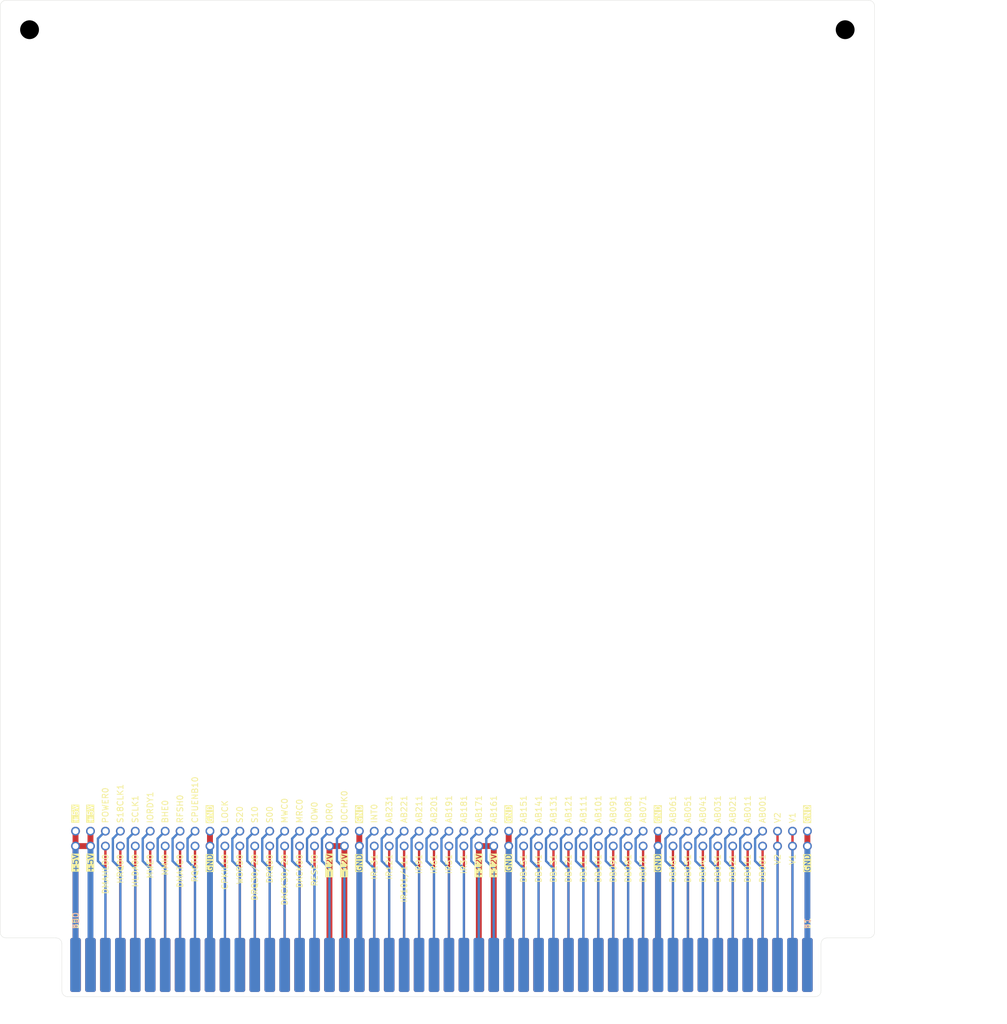
<source format=kicad_pcb>
(kicad_pcb (version 20221018) (generator pcbnew)
  (layers (0 "F.Cu" signal) (31 "B.Cu" signal) (34 "B.Paste" user) (35 "F.Paste" user) (36 "B.SilkS" user "B.Silkscreen") (37 "F.SilkS" user "F.Silkscreen") (38 "B.Mask" user) (39 "F.Mask" user) (44 "Edge.Cuts" user))
  (net 0 "")
  (net 1 "/GND")
  (net 2 "/V1")
  (net 3 "/V2")
  (net 4 "/AB001")
  (net 5 "/AB011")
  (net 6 "/AB021")
  (net 7 "/AB031")
  (net 8 "/AB041")
  (net 9 "/AB051")
  (net 10 "/AB061")
  (net 11 "/AB071")
  (net 12 "/AB081")
  (net 13 "/AB091")
  (net 14 "/AB101")
  (net 15 "/AB111")
  (net 16 "/AB121")
  (net 17 "/AB131")
  (net 18 "/AB141")
  (net 19 "/AB151")
  (net 20 "/AB161")
  (net 21 "/AB171")
  (net 22 "/AB181")
  (net 23 "/AB191")
  (net 24 "/AB201")
  (net 25 "/AB211")
  (net 26 "/AB221")
  (net 27 "/AB231")
  (net 28 "/INT0")
  (net 29 "/IOCHK0")
  (net 30 "/IOR0")
  (net 31 "/IOW0")
  (net 32 "/MRC0")
  (net 33 "/MWC0")
  (net 34 "/S00")
  (net 35 "/S10")
  (net 36 "/S20")
  (net 37 "/LOCK")
  (net 38 "/CPUENB10")
  (net 39 "/RFSH0")
  (net 40 "/BHE0")
  (net 41 "/IORDY1")
  (net 42 "/SCLK1")
  (net 43 "/S18CLK1")
  (net 44 "/POWER0")
  (net 45 "/+5V")
  (net 46 "/DB001")
  (net 47 "/DB011")
  (net 48 "/DB021")
  (net 49 "/DB031")
  (net 50 "/DB041")
  (net 51 "/DB051")
  (net 52 "/DB061")
  (net 53 "/DB071")
  (net 54 "/DB081")
  (net 55 "/DB091")
  (net 56 "/DB101")
  (net 57 "/DB111")
  (net 58 "/DB121")
  (net 59 "/DB131")
  (net 60 "/DB141")
  (net 61 "/DB151")
  (net 62 "/+12V")
  (net 63 "/IR31")
  (net 64 "/IR51")
  (net 65 "/IR61")
  (net 66 "/IR91")
  (net 67 "/IR101{slash}111")
  (net 68 "/IR121")
  (net 69 "/IR131")
  (net 70 "/-12V")
  (net 71 "/RESET0")
  (net 72 "/DACK00")
  (net 73 "/DACK30{slash}20")
  (net 74 "/DRQ00")
  (net 75 "/DRQ30{slash}20")
  (net 76 "/WORD0")
  (net 77 "/CPKILL0")
  (net 78 "/RQGT0")
  (net 79 "/DMATC0")
  (net 80 "/NMI0")
  (net 81 "/MWE0")
  (net 82 "/HLDA00")
  (net 83 "/HRQ00")
  (net 84 "/DMAHLD0")
  (footprint "CBUS:CBUS" (layer "F.Cu") (at 92.71 190.71)
    (fp_text reference "CN1" hide)
    (fp_text value "CBUS")
    (fp_line (start -75.05 -11) (end -75.05 -168.4) (stroke (width 0.05)) (layer "Edge.Cuts"))
    (fp_line (start -74.05 -10) (end -65.55 -10) (stroke (width 0.05)) (layer "Edge.Cuts"))
    (fp_line (start -64.55 -1) (end -64.55 -9) (stroke (width 0.05)) (layer "Edge.Cuts"))
    (fp_line (start -63.55 0) (end 63.55 0) (stroke (width 0.05)) (layer "Edge.Cuts"))
    (fp_line (start 64.55 -1) (end 64.55 -9) (stroke (width 0.05)) (layer "Edge.Cuts"))
    (fp_line (start 65.55 -10) (end 72.65 -10) (stroke (width 0.05)) (layer "Edge.Cuts"))
    (fp_line (start 72.65 -169.4) (end -74.05 -169.4) (stroke (width 0.05)) (layer "Edge.Cuts"))
    (fp_line (start 73.65 -168.4) (end 73.65 -11) (stroke (width 0.05)) (layer "Edge.Cuts"))
    (fp_arc (start -75.05 -168.4) (mid -74.757106 -169.107106) (end -74.05 -169.4) (stroke (width 0.05)) (layer "Edge.Cuts"))
    (fp_arc (start -74.05 -10) (mid -74.757106 -10.292894) (end -75.05 -11) (stroke (width 0.05)) (layer "Edge.Cuts"))
    (fp_arc (start -65.55 -10) (mid -64.842894 -9.707106) (end -64.55 -9) (stroke (width 0.05)) (layer "Edge.Cuts"))
    (fp_arc (start -63.55 0) (mid -64.257106 -0.292894) (end -64.55 -1) (stroke (width 0.05)) (layer "Edge.Cuts"))
    (fp_arc (start 64.55 -9) (mid 64.842893 -9.707107) (end 65.55 -10) (stroke (width 0.05)) (layer "Edge.Cuts"))
    (fp_arc (start 64.55 -1) (mid 64.257107 -0.292893) (end 63.55 0) (stroke (width 0.05)) (layer "Edge.Cuts"))
    (fp_arc (start 72.65 -169.4) (mid 73.357107 -169.107107) (end 73.65 -168.4) (stroke (width 0.05)) (layer "Edge.Cuts"))
    (fp_arc (start 73.65 -11) (mid 73.357107 -10.292893) (end 72.65 -10) (stroke (width 0.05)) (layer "Edge.Cuts"))
  )
  (footprint "CONN:Conn_02x50" (layer "F.Cu") (at 154.94 162.56)
    (fp_text reference "J1" hide)
    (fp_text value "Conn_02x50_Row_Letter_First")
  )
  (gr_text "DB001" (at 147.32 166.37 90) (layer "F.SilkS") (effects (font (size 1 1)) (justify right)))
  (gr_text "AB201" (at 91.44 161.29 90) (layer "F.SilkS") (effects (font (size 1 1)) (justify left)))
  (gr_text "DB081" (at 124.46 166.37 90) (layer "F.SilkS") (effects (font (size 1 1)) (justify right)))
  (gr_text "DB091" (at 121.92 166.37 90) (layer "F.SilkS") (effects (font (size 1 1)) (justify right)))
  (gr_text "DB071" (at 127 166.37 90) (layer "F.SilkS") (effects (font (size 1 1)) (justify right)))
  (gr_text "IR91" (at 88.9 166.37 90) (layer "F.SilkS") (effects (font (size 1 1)) (justify right)))
  (gr_text "LOCK" (at 55.88 161.29 90) (layer "F.SilkS") (effects (font (size 1 1)) (justify left)))
  (gr_text "DMAHLD0" (at 35.56 166.37 90) (layer "F.SilkS") (effects (font (size 1 1)) (justify right)))
  (gr_text "NMI0" (at 45.72 166.37 90) (layer "F.SilkS") (effects (font (size 1 1)) (justify right)))
  (gr_text "DMATC0" (at 48.26 166.37 90) (layer "F.SilkS") (effects (font (size 1 1)) (justify right)))
  (gr_text "IOR0" (at 73.66 161.29 90) (layer "F.SilkS") (effects (font (size 1 1)) (justify left)))
  (gr_text "RFSH0" (at 48.26 161.29 90) (layer "F.SilkS") (effects (font (size 1 1)) (justify left)))
  (gr_text "GND" (at 104.14 166.37 90) (layer "F.SilkS" knockout) (effects (font (size 1 1)) (justify right)))
  (gr_text "BHE0" (at 45.72 161.29 90) (layer "F.SilkS") (effects (font (size 1 1)) (justify left)))
  (gr_text "DB041" (at 137.16 166.37 90) (layer "F.SilkS") (effects (font (size 1 1)) (justify right)))
  (gr_text "DB131" (at 111.76 166.37 90) (layer "F.SilkS") (effects (font (size 1 1)) (justify right)))
  (gr_text "AB051" (at 134.62 161.29 90) (layer "F.SilkS") (effects (font (size 1 1)) (justify left)))
  (gr_text "IR31" (at 96.52 166.37 90) (layer "F.SilkS") (effects (font (size 1 1)) (justify right)))
  (gr_text "-12V" (at 76.2 166.37 90) (layer "F.SilkS" knockout) (effects (font (size 1 1)) (justify right)))
  (gr_text "CPKILL0" (at 55.88 166.37 90) (layer "F.SilkS") (effects (font (size 1 1)) (justify right)))
  (gr_text "S10" (at 60.96 161.29 90) (layer "F.SilkS") (effects (font (size 1 1)) (justify left)))
  (gr_text "AB061" (at 132.08 161.29 90) (layer "F.SilkS") (effects (font (size 1 1)) (justify left)))
  (gr_text "DB101" (at 119.38 166.37 90) (layer "F.SilkS") (effects (font (size 1 1)) (justify right)))
  (gr_text "HRQ00" (at 38.1 166.37 90) (layer "F.SilkS") (effects (font (size 1 1)) (justify right)))
  (gr_text "AB161" (at 101.6 161.29 90) (layer "F.SilkS") (effects (font (size 1 1)) (justify left)))
  (gr_text "GND" (at 129.54 166.37 90) (layer "F.SilkS" knockout) (effects (font (size 1 1)) (justify right)))
  (gr_text "INT0" (at 81.28 161.29 90) (layer "F.SilkS") (effects (font (size 1 1)) (justify left)))
  (gr_text "+12V" (at 101.6 166.37 90) (layer "F.SilkS" knockout) (effects (font (size 1 1)) (justify right)))
  (gr_text "AB151" (at 106.68 161.29 90) (layer "F.SilkS") (effects (font (size 1 1)) (justify left)))
  (gr_text "AB101" (at 119.38 161.29 90) (layer "F.SilkS") (effects (font (size 1 1)) (justify left)))
  (gr_text "IR61" (at 91.44 166.37 90) (layer "F.SilkS") (effects (font (size 1 1)) (justify right)))
  (gr_text "V1" (at 152.4 161.29 90) (layer "F.SilkS") (effects (font (size 1 1)) (justify left)))
  (gr_text "AB041" (at 137.16 161.29 90) (layer "F.SilkS") (effects (font (size 1 1)) (justify left)))
  (gr_text "AB001" (at 147.32 161.29 90) (layer "F.SilkS") (effects (font (size 1 1)) (justify left)))
  (gr_text "DB121" (at 114.3 166.37 90) (layer "F.SilkS") (effects (font (size 1 1)) (justify right)))
  (gr_text "AB171" (at 99.06 161.29 90) (layer "F.SilkS") (effects (font (size 1 1)) (justify left)))
  (gr_text "MRC0" (at 68.58 161.29 90) (layer "F.SilkS") (effects (font (size 1 1)) (justify left)))
  (gr_text "S18CLK1" (at 38.1 161.29 90) (layer "F.SilkS") (effects (font (size 1 1)) (justify left)))
  (gr_text "+12V" (at 99.06 166.37 90) (layer "F.SilkS" knockout) (effects (font (size 1 1)) (justify right)))
  (gr_text "DB141" (at 109.22 166.37 90) (layer "F.SilkS") (effects (font (size 1 1)) (justify right)))
  (gr_text "AB131" (at 111.76 161.29 90) (layer "F.SilkS") (effects (font (size 1 1)) (justify left)))
  (gr_text "DB151" (at 106.68 166.37 90) (layer "F.SilkS") (effects (font (size 1 1)) (justify right)))
  (gr_text "DB051" (at 134.62 166.37 90) (layer "F.SilkS") (effects (font (size 1 1)) (justify right)))
  (gr_text "GND" (at 129.54 161.29 90) (layer "F.SilkS" knockout) (effects (font (size 1 1)) (justify left)))
  (gr_text "RQGT0" (at 50.8 166.37 90) (layer "F.SilkS") (effects (font (size 1 1)) (justify right)))
  (gr_text "S20" (at 58.42 161.29 90) (layer "F.SilkS") (effects (font (size 1 1)) (justify left)))
  (gr_text "IR101/111" (at 86.36 166.37 90) (layer "F.SilkS") (effects (font (size 1 1)) (justify right)))
  (gr_text "IR131" (at 81.28 166.37 90) (layer "F.SilkS") (effects (font (size 1 1)) (justify right)))
  (gr_text "IR51" (at 93.98 166.37 90) (layer "F.SilkS") (effects (font (size 1 1)) (justify right)))
  (gr_text "+5V" (at 30.48 161.29 90) (layer "F.SilkS" knockout) (effects (font (size 1 1)) (justify left)))
  (gr_text "DRQ30/20" (at 60.96 166.37 90) (layer "F.SilkS") (effects (font (size 1 1)) (justify right)))
  (gr_text "DB111" (at 116.84 166.37 90) (layer "F.SilkS") (effects (font (size 1 1)) (justify right)))
  (gr_text "GND" (at 154.94 161.29 90) (layer "F.SilkS" knockout) (effects (font (size 1 1)) (justify left)))
  (gr_text "DB061" (at 132.08 166.37 90) (layer "F.SilkS") (effects (font (size 1 1)) (justify right)))
  (gr_text "MWE0" (at 43.18 166.37 90) (layer "F.SilkS") (effects (font (size 1 1)) (justify right)))
  (gr_text "DB021" (at 142.24 166.37 90) (layer "F.SilkS") (effects (font (size 1 1)) (justify right)))
  (gr_text "V2" (at 149.86 161.29 90) (layer "F.SilkS") (effects (font (size 1 1)) (justify left)))
  (gr_text "RESET0" (at 71.12 166.37 90) (layer "F.SilkS") (effects (font (size 1 1)) (justify right)))
  (gr_text "+5V" (at 33.02 161.29 90) (layer "F.SilkS" knockout) (effects (font (size 1 1)) (justify left)))
  (gr_text "GND" (at 104.14 161.29 90) (layer "F.SilkS" knockout) (effects (font (size 1 1)) (justify left)))
  (gr_text "WORD0" (at 58.42 166.37 90) (layer "F.SilkS") (effects (font (size 1 1)) (justify right)))
  (gr_text "MWC0" (at 66.04 161.29 90) (layer "F.SilkS") (effects (font (size 1 1)) (justify left)))
  (gr_text "DRQ00" (at 63.5 166.37 90) (layer "F.SilkS") (effects (font (size 1 1)) (justify right)))
  (gr_text "IOCHK0" (at 76.2 161.29 90) (layer "F.SilkS") (effects (font (size 1 1)) (justify left)))
  (gr_text "S00" (at 63.5 161.29 90) (layer "F.SilkS") (effects (font (size 1 1)) (justify left)))
  (gr_text "AB181" (at 96.52 161.29 90) (layer "F.SilkS") (effects (font (size 1 1)) (justify left)))
  (gr_text "AB091" (at 121.92 161.29 90) (layer "F.SilkS") (effects (font (size 1 1)) (justify left)))
  (gr_text "V2" (at 149.86 166.37 90) (layer "F.SilkS") (effects (font (size 1 1)) (justify right)))
  (gr_text "AB121" (at 114.3 161.29 90) (layer "F.SilkS") (effects (font (size 1 1)) (justify left)))
  (gr_text "AB021" (at 142.24 161.29 90) (layer "F.SilkS") (effects (font (size 1 1)) (justify left)))
  (gr_text "AB231" (at 83.82 161.29 90) (layer "F.SilkS") (effects (font (size 1 1)) (justify left)))
  (gr_text "CPUENB10" (at 50.8 161.29 90) (layer "F.SilkS") (effects (font (size 1 1)) (justify left)))
  (gr_text "AB031" (at 139.7 161.29 90) (layer "F.SilkS") (effects (font (size 1 1)) (justify left)))
  (gr_text "AB071" (at 127 161.29 90) (layer "F.SilkS") (effects (font (size 1 1)) (justify left)))
  (gr_text "AB081" (at 124.46 161.29 90) (layer "F.SilkS") (effects (font (size 1 1)) (justify left)))
  (gr_text "+5V" (at 30.48 166.37 90) (layer "F.SilkS" knockout) (effects (font (size 1 1)) (justify right)))
  (gr_text "DB011" (at 144.78 166.37 90) (layer "F.SilkS") (effects (font (size 1 1)) (justify right)))
  (gr_text "DACK00" (at 68.58 166.37 90) (layer "F.SilkS") (effects (font (size 1 1)) (justify right)))
  (gr_text "GND" (at 78.74 161.29 90) (layer "F.SilkS" knockout) (effects (font (size 1 1)) (justify left)))
  (gr_text "-12V" (at 73.66 166.37 90) (layer "F.SilkS" knockout) (effects (font (size 1 1)) (justify right)))
  (gr_text "AB211" (at 88.9 161.29 90) (layer "F.SilkS") (effects (font (size 1 1)) (justify left)))
  (gr_text "SCLK1" (at 40.64 161.29 90) (layer "F.SilkS") (effects (font (size 1 1)) (justify left)))
  (gr_text "AB221" (at 86.36 161.29 90) (layer "F.SilkS") (effects (font (size 1 1)) (justify left)))
  (gr_text "DACK30/20" (at 66.04 166.37 90) (layer "F.SilkS") (effects (font (size 1 1)) (justify right)))
  (gr_text "IOW0" (at 71.12 161.29 90) (layer "F.SilkS") (effects (font (size 1 1)) (justify left)))
  (gr_text "AB191" (at 93.98 161.29 90) (layer "F.SilkS") (effects (font (size 1 1)) (justify left)))
  (gr_text "AB011" (at 144.78 161.29 90) (layer "F.SilkS") (effects (font (size 1 1)) (justify left)))
  (gr_text "GND" (at 78.74 166.37 90) (layer "F.SilkS" knockout) (effects (font (size 1 1)) (justify right)))
  (gr_text "V1" (at 152.4 166.37 90) (layer "F.SilkS") (effects (font (size 1 1)) (justify right)))
  (gr_text "HLDA00" (at 40.64 166.37 90) (layer "F.SilkS") (effects (font (size 1 1)) (justify right)))
  (gr_text "AB111" (at 116.84 161.29 90) (layer "F.SilkS") (effects (font (size 1 1)) (justify left)))
  (gr_text "+5V" (at 33.02 166.37 90) (layer "F.SilkS" knockout) (effects (font (size 1 1)) (justify right)))
  (gr_text "GND" (at 53.34 166.37 90) (layer "F.SilkS" knockout) (effects (font (size 1 1)) (justify right)))
  (gr_text "IR121" (at 83.82 166.37 90) (layer "F.SilkS") (effects (font (size 1 1)) (justify right)))
  (gr_text "GND" (at 154.94 166.37 90) (layer "F.SilkS" knockout) (effects (font (size 1 1)) (justify right)))
  (gr_text "AB141" (at 109.22 161.29 90) (layer "F.SilkS") (effects (font (size 1 1)) (justify left)))
  (gr_text "POWER0" (at 35.56 161.29 90) (layer "F.SilkS") (effects (font (size 1 1)) (justify left)))
  (gr_text "DB031" (at 139.7 166.37 90) (layer "F.SilkS") (effects (font (size 1 1)) (justify right)))
  (gr_text "IORDY1" (at 43.18 161.29 90) (layer "F.SilkS") (effects (font (size 1 1)) (justify left)))
  (gr_text "GND" (at 53.34 161.29 90) (layer "F.SilkS" knockout) (effects (font (size 1 1)) (justify left)))
  (segment (start 53.34 181.4) (end 53.34 165.1) (width 1) (layer "F.Cu") (net 1))
  (segment (start 104.14 165.1) (end 104.14 162.56) (width 1) (layer "F.Cu") (net 1))
  (segment (start 129.54 165.1) (end 129.54 181.4) (width 1) (layer "F.Cu") (net 1))
  (segment (start 154.94 165.1) (end 154.94 181.4) (width 1) (layer "F.Cu") (net 1))
  (segment (start 78.74 181.4) (end 78.74 165.1) (width 1) (layer "F.Cu") (net 1))
  (segment (start 104.14 165.1) (end 104.14 181.4) (width 1) (layer "F.Cu") (net 1))
  (segment (start 154.94 165.1) (end 154.94 162.56) (width 1) (layer "F.Cu") (net 1))
  (segment (start 78.74 165.1) (end 78.74 162.56) (width 1) (layer "F.Cu") (net 1))
  (segment (start 53.34 165.1) (end 53.34 162.56) (width 1) (layer "F.Cu") (net 1))
  (segment (start 129.54 165.1) (end 129.54 162.56) (width 1) (layer "F.Cu") (net 1))
  (segment (start 78.74 181.4) (end 78.74 165.1) (width 1) (layer "B.Cu") (net 1))
  (segment (start 53.34 181.4) (end 53.34 165.1) (width 1) (layer "B.Cu") (net 1))
  (segment (start 104.14 181.4) (end 104.14 165.1) (width 1) (layer "B.Cu") (net 1))
  (segment (start 154.94 181.4) (end 154.94 165.1) (width 1) (layer "B.Cu") (net 1))
  (segment (start 129.54 181.4) (end 129.54 165.1) (width 1) (layer "B.Cu") (net 1))
  (segment (start 152.4 165.1) (end 152.4 162.56) (width 0.4) (layer "F.Cu") (net 2))
  (segment (start 152.4 181.4) (end 152.4 165.1) (width 0.4) (layer "F.Cu") (net 2))
  (segment (start 152.4 181.4) (end 152.4 165.1) (width 0.4) (layer "B.Cu") (net 2))
  (segment (start 149.86 165.1) (end 149.86 181.4) (width 0.4) (layer "F.Cu") (net 3))
  (segment (start 149.86 165.1) (end 149.86 162.56) (width 0.4) (layer "F.Cu") (net 3))
  (segment (start 149.86 181.4) (end 149.86 165.1) (width 0.4) (layer "B.Cu") (net 3))
  (segment (start 147.32 181.4) (end 147.32 168.91) (width 0.4) (layer "B.Cu") (net 4))
  (segment (start 147.32 168.91) (end 146.05 167.64) (width 0.4) (layer "B.Cu") (net 4))
  (segment (start 146.05 163.83) (end 147.32 162.56) (width 0.4) (layer "B.Cu") (net 4))
  (segment (start 146.05 167.64) (end 146.05 163.83) (width 0.4) (layer "B.Cu") (net 4))
  (segment (start 143.51 167.64) (end 143.51 163.83) (width 0.4) (layer "B.Cu") (net 5))
  (segment (start 144.78 181.4) (end 144.78 168.91) (width 0.4) (layer "B.Cu") (net 5))
  (segment (start 143.51 163.83) (end 144.78 162.56) (width 0.4) (layer "B.Cu") (net 5))
  (segment (start 144.78 168.91) (end 143.51 167.64) (width 0.4) (layer "B.Cu") (net 5))
  (segment (start 142.24 168.91) (end 140.97 167.64) (width 0.4) (layer "B.Cu") (net 6))
  (segment (start 142.24 181.4) (end 142.24 168.91) (width 0.4) (layer "B.Cu") (net 6))
  (segment (start 140.97 167.64) (end 140.97 163.83) (width 0.4) (layer "B.Cu") (net 6))
  (segment (start 140.97 163.83) (end 142.24 162.56) (width 0.4) (layer "B.Cu") (net 6))
  (segment (start 139.7 168.91) (end 138.43 167.64) (width 0.4) (layer "B.Cu") (net 7))
  (segment (start 138.43 163.83) (end 139.7 162.56) (width 0.4) (layer "B.Cu") (net 7))
  (segment (start 138.43 167.64) (end 138.43 163.83) (width 0.4) (layer "B.Cu") (net 7))
  (segment (start 139.7 181.4) (end 139.7 168.91) (width 0.4) (layer "B.Cu") (net 7))
  (segment (start 135.89 163.83) (end 137.16 162.56) (width 0.4) (layer "B.Cu") (net 8))
  (segment (start 137.16 168.91) (end 135.89 167.64) (width 0.4) (layer "B.Cu") (net 8))
  (segment (start 137.16 181.4) (end 137.16 168.91) (width 0.4) (layer "B.Cu") (net 8))
  (segment (start 135.89 167.64) (end 135.89 163.83) (width 0.4) (layer "B.Cu") (net 8))
  (segment (start 134.62 168.91) (end 133.35 167.64) (width 0.4) (layer "B.Cu") (net 9))
  (segment (start 133.35 163.83) (end 134.62 162.56) (width 0.4) (layer "B.Cu") (net 9))
  (segment (start 133.35 167.64) (end 133.35 163.83) (width 0.4) (layer "B.Cu") (net 9))
  (segment (start 134.62 181.4) (end 134.62 168.91) (width 0.4) (layer "B.Cu") (net 9))
  (segment (start 132.08 181.4) (end 132.08 168.91) (width 0.4) (layer "B.Cu") (net 10))
  (segment (start 132.08 168.91) (end 130.81 167.64) (width 0.4) (layer "B.Cu") (net 10))
  (segment (start 130.81 163.83) (end 132.08 162.56) (width 0.4) (layer "B.Cu") (net 10))
  (segment (start 130.81 167.64) (end 130.81 163.83) (width 0.4) (layer "B.Cu") (net 10))
  (segment (start 127 168.91) (end 125.73 167.64) (width 0.4) (layer "B.Cu") (net 11))
  (segment (start 125.73 163.83) (end 127 162.56) (width 0.4) (layer "B.Cu") (net 11))
  (segment (start 125.73 167.64) (end 125.73 163.83) (width 0.4) (layer "B.Cu") (net 11))
  (segment (start 127 181.4) (end 127 168.91) (width 0.4) (layer "B.Cu") (net 11))
  (segment (start 124.46 181.4) (end 124.46 168.91) (width 0.4) (layer "B.Cu") (net 12))
  (segment (start 123.19 163.83) (end 124.46 162.56) (width 0.4) (layer "B.Cu") (net 12))
  (segment (start 124.46 168.91) (end 123.19 167.64) (width 0.4) (layer "B.Cu") (net 12))
  (segment (start 123.19 167.64) (end 123.19 163.83) (width 0.4) (layer "B.Cu") (net 12))
  (segment (start 121.92 181.4) (end 121.92 168.91) (width 0.4) (layer "B.Cu") (net 13))
  (segment (start 120.65 163.83) (end 121.92 162.56) (width 0.4) (layer "B.Cu") (net 13))
  (segment (start 121.92 168.91) (end 120.65 167.64) (width 0.4) (layer "B.Cu") (net 13))
  (segment (start 120.65 167.64) (end 120.65 163.83) (width 0.4) (layer "B.Cu") (net 13))
  (segment (start 118.11 163.83) (end 119.38 162.56) (width 0.4) (layer "B.Cu") (net 14))
  (segment (start 118.11 167.64) (end 118.11 163.83) (width 0.4) (layer "B.Cu") (net 14))
  (segment (start 119.38 168.91) (end 118.11 167.64) (width 0.4) (layer "B.Cu") (net 14))
  (segment (start 119.38 181.4) (end 119.38 168.91) (width 0.4) (layer "B.Cu") (net 14))
  (segment (start 116.84 181.4) (end 116.84 168.91) (width 0.4) (layer "B.Cu") (net 15))
  (segment (start 115.57 163.83) (end 116.84 162.56) (width 0.4) (layer "B.Cu") (net 15))
  (segment (start 115.57 167.64) (end 115.57 163.83) (width 0.4) (layer "B.Cu") (net 15))
  (segment (start 116.84 168.91) (end 115.57 167.64) (width 0.4) (layer "B.Cu") (net 15))
  (segment (start 113.03 167.64) (end 113.03 163.83) (width 0.4) (layer "B.Cu") (net 16))
  (segment (start 113.03 163.83) (end 114.3 162.56) (width 0.4) (layer "B.Cu") (net 16))
  (segment (start 114.3 181.4) (end 114.3 168.91) (width 0.4) (layer "B.Cu") (net 16))
  (segment (start 114.3 168.91) (end 113.03 167.64) (width 0.4) (layer "B.Cu") (net 16))
  (segment (start 110.49 163.83) (end 111.76 162.56) (width 0.4) (layer "B.Cu") (net 17))
  (segment (start 111.76 168.91) (end 110.49 167.64) (width 0.4) (layer "B.Cu") (net 17))
  (segment (start 110.49 167.64) (end 110.49 163.83) (width 0.4) (layer "B.Cu") (net 17))
  (segment (start 111.76 181.4) (end 111.76 168.91) (width 0.4) (layer "B.Cu") (net 17))
  (segment (start 107.95 163.83) (end 109.22 162.56) (width 0.4) (layer "B.Cu") (net 18))
  (segment (start 109.22 181.4) (end 109.22 168.91) (width 0.4) (layer "B.Cu") (net 18))
  (segment (start 107.95 167.64) (end 107.95 163.83) (width 0.4) (layer "B.Cu") (net 18))
  (segment (start 109.22 168.91) (end 107.95 167.64) (width 0.4) (layer "B.Cu") (net 18))
  (segment (start 105.41 167.64) (end 105.41 163.83) (width 0.4) (layer "B.Cu") (net 19))
  (segment (start 106.68 181.4) (end 106.68 168.91) (width 0.4) (layer "B.Cu") (net 19))
  (segment (start 105.41 163.83) (end 106.68 162.56) (width 0.4) (layer "B.Cu") (net 19))
  (segment (start 106.68 168.91) (end 105.41 167.64) (width 0.4) (layer "B.Cu") (net 19))
  (segment (start 100.33 163.83) (end 101.6 162.56) (width 0.4) (layer "B.Cu") (net 20))
  (segment (start 100.33 167.64) (end 100.33 163.83) (width 0.4) (layer "B.Cu") (net 20))
  (segment (start 101.6 181.4) (end 101.6 168.91) (width 0.4) (layer "B.Cu") (net 20))
  (segment (start 101.6 168.91) (end 100.33 167.64) (width 0.4) (layer "B.Cu") (net 20))
  (segment (start 99.06 168.91) (end 97.79 167.64) (width 0.4) (layer "B.Cu") (net 21))
  (segment (start 99.06 181.4) (end 99.06 168.91) (width 0.4) (layer "B.Cu") (net 21))
  (segment (start 97.79 167.64) (end 97.79 163.83) (width 0.4) (layer "B.Cu") (net 21))
  (segment (start 97.79 163.83) (end 99.06 162.56) (width 0.4) (layer "B.Cu") (net 21))
  (segment (start 96.52 181.4) (end 96.52 168.91) (width 0.4) (layer "B.Cu") (net 22))
  (segment (start 95.25 167.64) (end 95.25 163.83) (width 0.4) (layer "B.Cu") (net 22))
  (segment (start 95.25 163.83) (end 96.52 162.56) (width 0.4) (layer "B.Cu") (net 22))
  (segment (start 96.52 168.91) (end 95.25 167.64) (width 0.4) (layer "B.Cu") (net 22))
  (segment (start 92.71 163.83) (end 93.98 162.56) (width 0.4) (layer "B.Cu") (net 23))
  (segment (start 93.98 168.91) (end 92.71 167.64) (width 0.4) (layer "B.Cu") (net 23))
  (segment (start 93.98 181.4) (end 93.98 168.91) (width 0.4) (layer "B.Cu") (net 23))
  (segment (start 92.71 167.64) (end 92.71 163.83) (width 0.4) (layer "B.Cu") (net 23))
  (segment (start 91.44 181.4) (end 91.44 168.91) (width 0.4) (layer "B.Cu") (net 24))
  (segment (start 90.17 163.83) (end 91.44 162.56) (width 0.4) (layer "B.Cu") (net 24))
  (segment (start 91.44 168.91) (end 90.17 167.64) (width 0.4) (layer "B.Cu") (net 24))
  (segment (start 90.17 167.64) (end 90.17 163.83) (width 0.4) (layer "B.Cu") (net 24))
  (segment (start 87.63 163.83) (end 88.9 162.56) (width 0.4) (layer "B.Cu") (net 25))
  (segment (start 87.63 167.64) (end 87.63 163.83) (width 0.4) (layer "B.Cu") (net 25))
  (segment (start 88.9 181.4) (end 88.9 168.91) (width 0.4) (layer "B.Cu") (net 25))
  (segment (start 88.9 168.91) (end 87.63 167.64) (width 0.4) (layer "B.Cu") (net 25))
  (segment (start 86.36 168.91) (end 85.09 167.64) (width 0.4) (layer "B.Cu") (net 26))
  (segment (start 85.09 163.83) (end 86.36 162.56) (width 0.4) (layer "B.Cu") (net 26))
  (segment (start 85.09 167.64) (end 85.09 163.83) (width 0.4) (layer "B.Cu") (net 26))
  (segment (start 86.36 181.4) (end 86.36 168.91) (width 0.4) (layer "B.Cu") (net 26))
  (segment (start 83.82 181.4) (end 83.82 168.91) (width 0.4) (layer "B.Cu") (net 27))
  (segment (start 82.55 167.64) (end 82.55 163.83) (width 0.4) (layer "B.Cu") (net 27))
  (segment (start 82.55 163.83) (end 83.82 162.56) (width 0.4) (layer "B.Cu") (net 27))
  (segment (start 83.82 168.91) (end 82.55 167.64) (width 0.4) (layer "B.Cu") (net 27))
  (segment (start 80.01 167.64) (end 80.01 163.83) (width 0.4) (layer "B.Cu") (net 28))
  (segment (start 81.28 168.91) (end 80.01 167.64) (width 0.4) (layer "B.Cu") (net 28))
  (segment (start 81.28 181.4) (end 81.28 168.91) (width 0.4) (layer "B.Cu") (net 28))
  (segment (start 80.01 163.83) (end 81.28 162.56) (width 0.4) (layer "B.Cu") (net 28))
  (segment (start 76.2 181.4) (end 76.2 168.91) (width 0.4) (layer "B.Cu") (net 29))
  (segment (start 74.93 163.83) (end 76.2 162.56) (width 0.4) (layer "B.Cu") (net 29))
  (segment (start 76.2 168.91) (end 74.93 167.64) (width 0.4) (layer "B.Cu") (net 29))
  (segment (start 74.93 167.64) (end 74.93 163.83) (width 0.4) (layer "B.Cu") (net 29))
  (segment (start 72.39 167.64) (end 72.39 163.83) (width 0.4) (layer "B.Cu") (net 30))
  (segment (start 72.39 163.83) (end 73.66 162.56) (width 0.4) (layer "B.Cu") (net 30))
  (segment (start 73.66 181.4) (end 73.66 168.91) (width 0.4) (layer "B.Cu") (net 30))
  (segment (start 73.66 168.91) (end 72.39 167.64) (width 0.4) (layer "B.Cu") (net 30))
  (segment (start 69.85 167.64) (end 69.85 163.83) (width 0.4) (layer "B.Cu") (net 31))
  (segment (start 71.12 181.4) (end 71.12 168.91) (width 0.4) (layer "B.Cu") (net 31))
  (segment (start 71.12 168.91) (end 69.85 167.64) (width 0.4) (layer "B.Cu") (net 31))
  (segment (start 69.85 163.83) (end 71.12 162.56) (width 0.4) (layer "B.Cu") (net 31))
  (segment (start 67.31 167.64) (end 67.31 163.83) (width 0.4) (layer "B.Cu") (net 32))
  (segment (start 67.31 163.83) (end 68.58 162.56) (width 0.4) (layer "B.Cu") (net 32))
  (segment (start 68.58 168.91) (end 67.31 167.64) (width 0.4) (layer "B.Cu") (net 32))
  (segment (start 68.58 181.4) (end 68.58 168.91) (width 0.4) (layer "B.Cu") (net 32))
  (segment (start 64.77 163.83) (end 66.04 162.56) (width 0.4) (layer "B.Cu") (net 33))
  (segment (start 66.04 181.4) (end 66.04 168.91) (width 0.4) (layer "B.Cu") (net 33))
  (segment (start 66.04 168.91) (end 64.77 167.64) (width 0.4) (layer "B.Cu") (net 33))
  (segment (start 64.77 167.64) (end 64.77 163.83) (width 0.4) (layer "B.Cu") (net 33))
  (segment (start 63.5 181.4) (end 63.5 168.91) (width 0.4) (layer "B.Cu") (net 34))
  (segment (start 62.23 163.83) (end 63.5 162.56) (width 0.4) (layer "B.Cu") (net 34))
  (segment (start 63.5 168.91) (end 62.23 167.64) (width 0.4) (layer "B.Cu") (net 34))
  (segment (start 62.23 167.64) (end 62.23 163.83) (width 0.4) (layer "B.Cu") (net 34))
  (segment (start 59.69 163.83) (end 60.96 162.56) (width 0.4) (layer "B.Cu") (net 35))
  (segment (start 60.96 181.4) (end 60.96 168.91) (width 0.4) (layer "B.Cu") (net 35))
  (segment (start 59.69 167.64) (end 59.69 163.83) (width 0.4) (layer "B.Cu") (net 35))
  (segment (start 60.96 168.91) (end 59.69 167.64) (width 0.4) (layer "B.Cu") (net 35))
  (segment (start 57.15 163.83) (end 58.42 162.56) (width 0.4) (layer "B.Cu") (net 36))
  (segment (start 58.42 181.4) (end 58.42 168.91) (width 0.4) (layer "B.Cu") (net 36))
  (segment (start 57.15 167.64) (end 57.15 163.83) (width 0.4) (layer "B.Cu") (net 36))
  (segment (start 58.42 168.91) (end 57.15 167.64) (width 0.4) (layer "B.Cu") (net 36))
  (segment (start 54.61 167.64) (end 54.61 163.83) (width 0.4) (layer "B.Cu") (net 37))
  (segment (start 55.88 181.4) (end 55.88 168.91) (width 0.4) (layer "B.Cu") (net 37))
  (segment (start 55.88 168.91) (end 54.61 167.64) (width 0.4) (layer "B.Cu") (net 37))
  (segment (start 54.61 163.83) (end 55.88 162.56) (width 0.4) (layer "B.Cu") (net 37))
  (segment (start 49.53 163.83) (end 50.8 162.56) (width 0.4) (layer "B.Cu") (net 38))
  (segment (start 50.8 181.4) (end 50.8 168.91) (width 0.4) (layer "B.Cu") (net 38))
  (segment (start 50.8 168.91) (end 49.53 167.64) (width 0.4) (layer "B.Cu") (net 38))
  (segment (start 49.53 167.64) (end 49.53 163.83) (width 0.4) (layer "B.Cu") (net 38))
  (segment (start 46.99 167.64) (end 46.99 163.83) (width 0.4) (layer "B.Cu") (net 39))
  (segment (start 48.26 168.91) (end 46.99 167.64) (width 0.4) (layer "B.Cu") (net 39))
  (segment (start 48.26 181.4) (end 48.26 168.91) (width 0.4) (layer "B.Cu") (net 39))
  (segment (start 46.99 163.83) (end 48.26 162.56) (width 0.4) (layer "B.Cu") (net 39))
  (segment (start 44.45 163.83) (end 45.72 162.56) (width 0.4) (layer "B.Cu") (net 40))
  (segment (start 44.45 167.64) (end 44.45 163.83) (width 0.4) (layer "B.Cu") (net 40))
  (segment (start 45.72 181.4) (end 45.72 168.91) (width 0.4) (layer "B.Cu") (net 40))
  (segment (start 45.72 168.91) (end 44.45 167.64) (width 0.4) (layer "B.Cu") (net 40))
  (segment (start 43.18 168.91) (end 41.91 167.64) (width 0.4) (layer "B.Cu") (net 41))
  (segment (start 43.18 181.4) (end 43.18 168.91) (width 0.4) (layer "B.Cu") (net 41))
  (segment (start 41.91 167.64) (end 41.91 163.83) (width 0.4) (layer "B.Cu") (net 41))
  (segment (start 41.91 163.83) (end 43.18 162.56) (width 0.4) (layer "B.Cu") (net 41))
  (segment (start 39.37 167.64) (end 39.37 163.83) (width 0.4) (layer "B.Cu") (net 42))
  (segment (start 40.64 181.4) (end 40.64 168.91) (width 0.4) (layer "B.Cu") (net 42))
  (segment (start 40.64 168.91) (end 39.37 167.64) (width 0.4) (layer "B.Cu") (net 42))
  (segment (start 39.37 163.83) (end 40.64 162.56) (width 0.4) (layer "B.Cu") (net 42))
  (segment (start 38.1 181.4) (end 38.1 168.91) (width 0.4) (layer "B.Cu") (net 43))
  (segment (start 38.1 168.91) (end 36.83 167.64) (width 0.4) (layer "B.Cu") (net 43))
  (segment (start 36.83 163.83) (end 38.1 162.56) (width 0.4) (layer "B.Cu") (net 43))
  (segment (start 36.83 167.64) (end 36.83 163.83) (width 0.4) (layer "B.Cu") (net 43))
  (segment (start 34.29 167.64) (end 34.29 163.83) (width 0.4) (layer "B.Cu") (net 44))
  (segment (start 34.29 163.83) (end 35.56 162.56) (width 0.4) (layer "B.Cu") (net 44))
  (segment (start 35.56 168.91) (end 34.29 167.64) (width 0.4) (layer "B.Cu") (net 44))
  (segment (start 35.56 181.4) (end 35.56 168.91) (width 0.4) (layer "B.Cu") (net 44))
  (segment (start 30.48 165.1) (end 30.48 162.56) (width 1) (layer "F.Cu") (net 45))
  (segment (start 30.48 181.4) (end 30.48 165.1) (width 1) (layer "F.Cu") (net 45))
  (segment (start 33.02 165.1) (end 33.02 162.56) (width 1) (layer "F.Cu") (net 45))
  (segment (start 30.48 165.1) (end 33.02 165.1) (width 1) (layer "F.Cu") (net 45))
  (segment (start 33.02 181.4) (end 33.02 165.1) (width 1) (layer "F.Cu") (net 45))
  (segment (start 30.48 181.4) (end 30.48 165.1) (width 1) (layer "B.Cu") (net 45))
  (segment (start 33.02 181.4) (end 33.02 165.1) (width 1) (layer "B.Cu") (net 45))
  (segment (start 147.32 181.4) (end 147.32 165.1) (width 0.4) (layer "F.Cu") (net 46))
  (segment (start 144.78 165.1) (end 144.78 181.4) (width 0.4) (layer "F.Cu") (net 47))
  (segment (start 142.24 181.4) (end 142.24 165.1) (width 0.4) (layer "F.Cu") (net 48))
  (segment (start 139.7 165.1) (end 139.7 181.4) (width 0.4) (layer "F.Cu") (net 49))
  (segment (start 137.16 181.4) (end 137.16 165.1) (width 0.4) (layer "F.Cu") (net 50))
  (segment (start 134.62 165.1) (end 134.62 181.4) (width 0.4) (layer "F.Cu") (net 51))
  (segment (start 132.08 181.4) (end 132.08 165.1) (width 0.4) (layer "F.Cu") (net 52))
  (segment (start 127 181.4) (end 127 165.1) (width 0.4) (layer "F.Cu") (net 53))
  (segment (start 124.46 165.1) (end 124.46 181.4) (width 0.4) (layer "F.Cu") (net 54))
  (segment (start 121.92 181.4) (end 121.92 165.1) (width 0.4) (layer "F.Cu") (net 55))
  (segment (start 119.38 165.1) (end 119.38 181.4) (width 0.4) (layer "F.Cu") (net 56))
  (segment (start 116.84 181.4) (end 116.84 165.1) (width 0.4) (layer "F.Cu") (net 57))
  (segment (start 114.3 181.4) (end 114.3 165.1) (width 0.4) (layer "F.Cu") (net 58))
  (segment (start 111.76 181.4) (end 111.76 165.1) (width 0.4) (layer "F.Cu") (net 59))
  (segment (start 109.22 165.1) (end 109.22 181.4) (width 0.4) (layer "F.Cu") (net 60))
  (segment (start 106.68 181.4) (end 106.68 165.1) (width 0.4) (layer "F.Cu") (net 61))
  (segment (start 101.6 181.4) (end 101.6 165.1) (width 1) (layer "F.Cu") (net 62))
  (segment (start 99.06 165.1) (end 101.6 165.1) (width 1) (layer "F.Cu") (net 62))
  (segment (start 99.06 181.4) (end 99.06 165.1) (width 1) (layer "F.Cu") (net 62))
  (segment (start 96.52 181.4) (end 96.52 165.1) (width 0.4) (layer "F.Cu") (net 63))
  (segment (start 93.98 181.4) (end 93.98 165.1) (width 0.4) (layer "F.Cu") (net 64))
  (segment (start 91.44 181.4) (end 91.44 165.1) (width 0.4) (layer "F.Cu") (net 65))
  (segment (start 88.9 181.4) (end 88.9 165.1) (width 0.4) (layer "F.Cu") (net 66))
  (segment (start 86.36 181.4) (end 86.36 165.1) (width 0.4) (layer "F.Cu") (net 67))
  (segment (start 83.82 181.4) (end 83.82 165.1) (width 0.4) (layer "F.Cu") (net 68))
  (segment (start 81.28 181.4) (end 81.28 165.1) (width 0.4) (layer "F.Cu") (net 69))
  (segment (start 73.66 181.4) (end 73.66 165.1) (width 1) (layer "F.Cu") (net 70))
  (segment (start 76.2 181.4) (end 76.2 165.1) (width 1) (layer "F.Cu") (net 70))
  (segment (start 73.66 165.1) (end 76.2 165.1) (width 1) (layer "F.Cu") (net 70))
  (segment (start 71.12 181.4) (end 71.12 165.1) (width 0.4) (layer "F.Cu") (net 71))
  (segment (start 68.58 181.4) (end 68.58 165.1) (width 0.4) (layer "F.Cu") (net 72))
  (segment (start 66.04 181.4) (end 66.04 165.1) (width 0.4) (layer "F.Cu") (net 73))
  (segment (start 63.5 181.4) (end 63.5 165.1) (width 0.4) (layer "F.Cu") (net 74))
  (segment (start 60.96 181.4) (end 60.96 165.1) (width 0.4) (layer "F.Cu") (net 75))
  (segment (start 58.42 181.4) (end 58.42 165.1) (width 0.4) (layer "F.Cu") (net 76))
  (segment (start 55.88 181.4) (end 55.88 165.1) (width 0.4) (layer "F.Cu") (net 77))
  (segment (start 50.8 181.4) (end 50.8 165.1) (width 0.4) (layer "F.Cu") (net 78))
  (segment (start 48.26 181.4) (end 48.26 165.1) (width 0.4) (layer "F.Cu") (net 79))
  (segment (start 45.72 181.4) (end 45.72 165.1) (width 0.4) (layer "F.Cu") (net 80))
  (segment (start 43.18 181.4) (end 43.18 165.1) (width 0.4) (layer "F.Cu") (net 81))
  (segment (start 40.64 181.4) (end 40.64 165.1) (width 0.4) (layer "F.Cu") (net 82))
  (segment (start 38.1 181.4) (end 38.1 165.1) (width 0.4) (layer "F.Cu") (net 83))
  (segment (start 35.56 181.4) (end 35.56 165.1) (width 0.4) (layer "F.Cu") (net 84))
)
</source>
